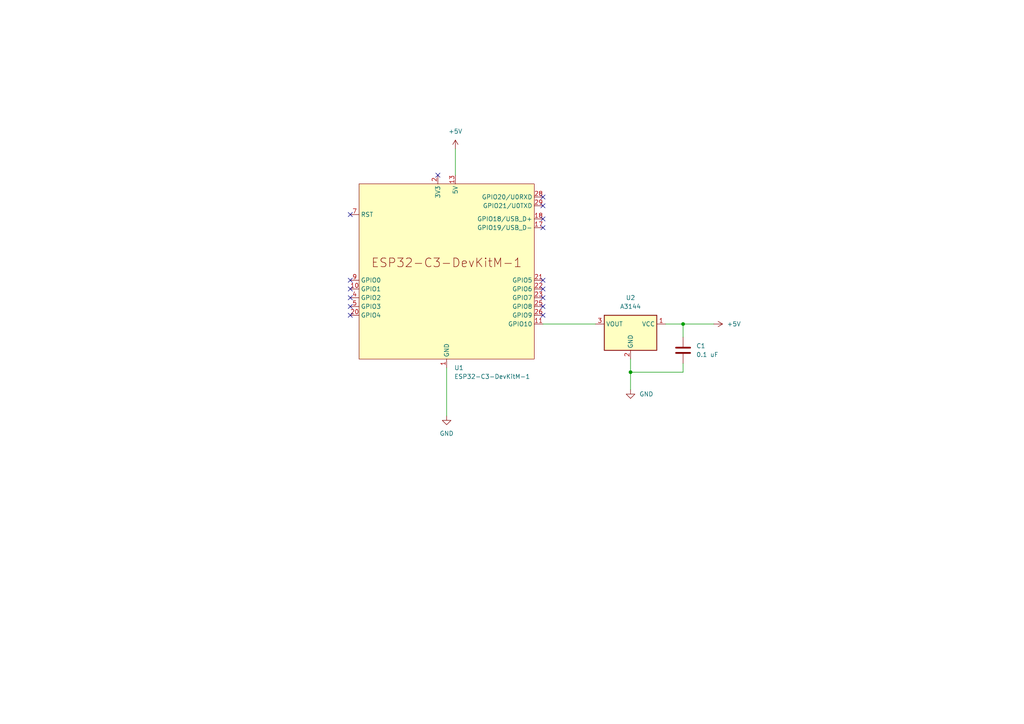
<source format=kicad_sch>
(kicad_sch (version 20230121) (generator eeschema)
  (paper "A4")
  (title_block (title "shutter_sensor.rs") (date "2024-09-21") (rev "00") (comment 1 "Wiring of hall effect sensor for 'shutter_sensor.rs'"))
  (lib_symbols
    (symbol "Device:C" (pin_numbers hide) (pin_names (offset 0.254))
      (property "Reference" "C" (at 0.635 2.54 0))
      (property "Value" "C" (at 0.635 -2.54 0))
      (symbol "C_0_1"
        (polyline (pts (xy -2.032 -0.762) (xy 2.032 -0.762)) (stroke (width 0.508)))
        (polyline (pts (xy -2.032 0.762) (xy 2.032 0.762)) (stroke (width 0.508)))
      )
      (symbol "C_1_1"
        (pin passive line (at 0 3.81 270) (length 2.794) (name "~") (number "1"))
        (pin passive line (at 0 -3.81 90) (length 2.794) (name "~") (number "2"))
      )
    )
    (symbol "PCM_Espressif:ESP32-C3-DevKitM-1"
      (property "Reference" "U" (at -25.4 30.48 0))
      (property "Value" "ESP32-C3-DevKitM-1" (at -25.4 27.94 0))
      (symbol "ESP32-C3-DevKitM-1_0_1"
        (rectangle (start -25.4 25.4) (end 25.4 -25.4) (fill (type background)))
      )
      (symbol "ESP32-C3-DevKitM-1_1_0"
        (text "ESP32-C3-DevKitM-1" (at 0 2.54 0) (effects (font (size 2.54 2.54))))
      )
      (symbol "ESP32-C3-DevKitM-1_1_1"
        (pin passive line (at 0 -27.94 90) (length 2.54) (name "GND") (number "1"))
        (pin bidirectional line (at -27.94 -5.08 0) (length 2.54) (name "GPIO1") (number "10"))
        (pin bidirectional line (at 27.94 -15.24 180) (length 2.54) (name "GPIO10") (number "11"))
        (pin passive line (at 0 -27.94 90) (length 2.54) hide (name "GND") (number "12"))
        (pin power_in line (at 2.54 27.94 270) (length 2.54) (name "5V") (number "13"))
        (pin power_in line (at 2.54 27.94 270) (length 2.54) hide (name "5V") (number "14"))
        (pin passive line (at 0 -27.94 90) (length 2.54) hide (name "GND") (number "15"))
        (pin passive line (at 0 -27.94 90) (length 2.54) hide (name "GND") (number "16"))
        (pin bidirectional line (at 27.94 12.7 180) (length 2.54) (name "GPIO19/USB_D-") (number "17"))
        (pin bidirectional line (at 27.94 15.24 180) (length 2.54) (name "GPIO18/USB_D+") (number "18"))
        (pin passive line (at 0 -27.94 90) (length 2.54) hide (name "GND") (number "19"))
        (pin power_in line (at -2.54 27.94 270) (length 2.54) (name "3V3") (number "2"))
        (pin bidirectional line (at -27.94 -12.7 0) (length 2.54) (name "GPIO4") (number "20"))
        (pin bidirectional line (at 27.94 -2.54 180) (length 2.54) (name "GPIO5") (number "21"))
        (pin bidirectional line (at 27.94 -5.08 180) (length 2.54) (name "GPIO6") (number "22"))
        (pin bidirectional line (at 27.94 -7.62 180) (length 2.54) (name "GPIO7") (number "23"))
        (pin passive line (at 0 -27.94 90) (length 2.54) hide (name "GND") (number "24"))
        (pin bidirectional line (at 27.94 -10.16 180) (length 2.54) (name "GPIO8") (number "25"))
        (pin bidirectional line (at 27.94 -12.7 180) (length 2.54) (name "GPIO9") (number "26"))
        (pin passive line (at 0 -27.94 90) (length 2.54) hide (name "GND") (number "27"))
        (pin bidirectional line (at 27.94 21.59 180) (length 2.54) (name "GPIO20/U0RXD") (number "28"))
        (pin bidirectional line (at 27.94 19.05 180) (length 2.54) (name "GPIO21/U0TXD") (number "29"))
        (pin power_in line (at -2.54 27.94 270) (length 2.54) hide (name "3V3") (number "3"))
        (pin passive line (at 0 -27.94 90) (length 2.54) hide (name "GND") (number "30"))
        (pin bidirectional line (at -27.94 -7.62 0) (length 2.54) (name "GPIO2") (number "4"))
        (pin bidirectional line (at -27.94 -10.16 0) (length 2.54) (name "GPIO3") (number "5"))
        (pin passive line (at 0 -27.94 90) (length 2.54) hide (name "GND") (number "6"))
        (pin output line (at -27.94 16.51 0) (length 2.54) (name "RST") (number "7"))
        (pin passive line (at 0 -27.94 90) (length 2.54) hide (name "GND") (number "8"))
        (pin bidirectional line (at -27.94 -2.54 0) (length 2.54) (name "GPIO0") (number "9"))
      )
    )
    (symbol "custom_symbols:A3144"
      (property "Reference" "U" (at 0 11.43 0))
      (property "Value" "A3144" (at 0 8.89 0))
      (symbol "A3144_0_1"
        (rectangle (start -5.08 7.62) (end 5.08 -7.62) (stroke (width 0.254)) (fill (type background)))
      )
      (symbol "A3144_1_1"
        (pin power_in line (at -2.54 10.16 270) (length 2.54) (name "VCC") (number "1"))
        (pin power_in line (at 7.62 0 180) (length 2.54) (name "GND") (number "2"))
        (pin open_collector line (at -2.54 -10.16 90) (length 2.54) (name "VOUT") (number "3"))
      )
    )
    (symbol "power:+5V" (power) (pin_names (offset 0))
      (property "Value" "+5V" (at 0 3.556 0))
      (symbol "+5V_0_1"
        (polyline (pts (xy -0.762 1.27) (xy 0 2.54)))
        (polyline (pts (xy 0 0) (xy 0 2.54)))
        (polyline (pts (xy 0 2.54) (xy 0.762 1.27)))
      )
      (symbol "+5V_1_1"
        (pin power_in line (at 0 0 90) (length 0) hide (name "+5V") (number "1"))
      )
    )
    (symbol "power:GND" (power) (pin_names (offset 0))
      (property "Value" "GND" (at 0 -3.81 0))
      (symbol "GND_0_1"
        (polyline (pts (xy 0 0) (xy 0 -1.27) (xy 1.27 -1.27) (xy 0 -2.54) (xy -1.27 -1.27) (xy 0 -1.27)))
      )
      (symbol "GND_1_1"
        (pin power_in line (at 0 0 270) (length 0) hide (name "GND") (number "1"))
      )
    )
  )
  (junction (at 182.88 107.95))
  (junction (at 198.12 93.98))
  (no_connect (at 127 50.8))
  (no_connect (at 157.48 57.15))
  (no_connect (at 157.48 63.5))
  (no_connect (at 101.6 91.44))
  (no_connect (at 157.48 88.9))
  (no_connect (at 101.6 81.28))
  (no_connect (at 101.6 62.23))
  (no_connect (at 157.48 83.82))
  (no_connect (at 101.6 88.9))
  (no_connect (at 101.6 83.82))
  (no_connect (at 157.48 59.69))
  (no_connect (at 101.6 86.36))
  (no_connect (at 157.48 66.04))
  (no_connect (at 157.48 86.36))
  (no_connect (at 157.48 91.44))
  (no_connect (at 157.48 81.28))
  (wire (pts (xy 182.88 104.14) (xy 182.88 107.95)))
  (wire (pts (xy 129.54 106.68) (xy 129.54 120.65)))
  (wire (pts (xy 198.12 107.95) (xy 198.12 105.41)))
  (wire (pts (xy 193.04 93.98) (xy 198.12 93.98)))
  (wire (pts (xy 182.88 107.95) (xy 198.12 107.95)))
  (wire (pts (xy 132.08 43.18) (xy 132.08 50.8)))
  (wire (pts (xy 182.88 107.95) (xy 182.88 113.03)))
  (wire (pts (xy 157.48 93.98) (xy 172.72 93.98)))
  (wire (pts (xy 198.12 93.98) (xy 198.12 97.79)))
  (wire (pts (xy 198.12 93.98) (xy 207.01 93.98)))
  (symbol (lib_id "Device:C") (at 198.12 101.6 0) (unit 1)
    (property "Reference" "C1" (at 201.93 100.33 0) (effects (justify left)))
    (property "Value" "0.1 uF" (at 201.93 102.87 0) (effects (justify left)))
  )
  (symbol (lib_id "power:GND") (at 129.54 120.65 0) (unit 1)
    (property "Reference" "#PWR01" (effects hide))
    (property "Value" "GND" (at 129.54 125.73 0))
  )
  (symbol (lib_id "custom_symbols:A3144") (at 182.88 96.52 270) (unit 1)
    (property "Reference" "U2" (at 182.88 86.36 90))
    (property "Value" "A3144" (at 182.88 88.9 90))
    (property "Footprint" "Package_TO_SOT_THT:TO-92Flat" (effects hide))
    (property "Datasheet" "https://components101.com/sites/default/files/component_datasheet/A3144%20Hall%20effect%20Sensor.pdf" (effects hide))
  )
  (symbol (lib_id "power:+5V") (at 132.08 43.18 0) (unit 1)
    (property "Reference" "#PWR03" (effects hide))
    (property "Value" "+5V" (at 132.08 38.1 0))
  )
  (symbol (lib_id "power:+5V") (at 207.01 93.98 270) (unit 1)
    (property "Reference" "#PWR04" (effects hide))
    (property "Value" "+5V" (at 210.82 93.98 90) (effects (justify left)))
  )
  (symbol (lib_id "power:GND") (at 182.88 113.03 0) (unit 1)
    (property "Reference" "#PWR05" (effects hide))
    (property "Value" "GND" (at 185.42 114.3 0) (effects (justify left)))
  )
  (symbol (lib_id "PCM_Espressif:ESP32-C3-DevKitM-1") (at 129.54 78.74 0) (unit 1)
    (property "Reference" "U1" (at 131.7341 106.68 0) (effects (justify left)))
    (property "Value" "ESP32-C3-DevKitM-1" (at 131.7341 109.22 0) (effects (justify left)))
    (property "Footprint" "PCM_Espressif:ESP32-C3-DevKitM-1" (effects hide))
    (property "Datasheet" "https://www.espressif.com/sites/default/files/documentation/esp32-c3-mini-1_datasheet_en.pdf" (effects hide))
  )
)
</source>
